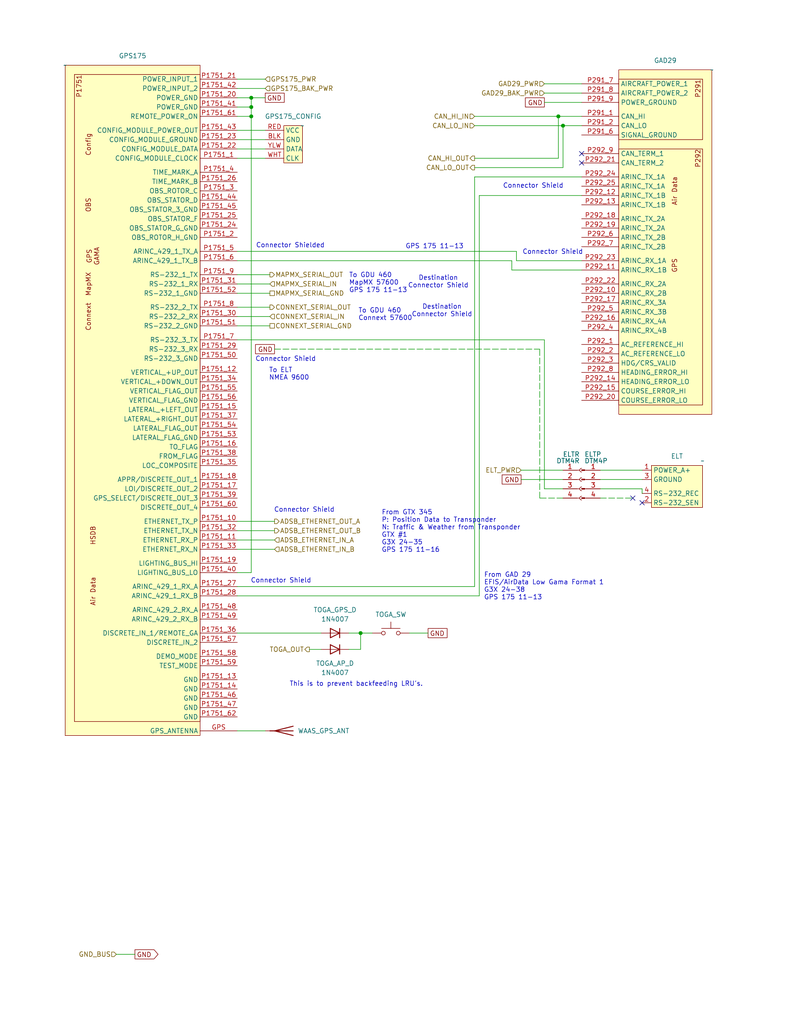
<source format=kicad_sch>
(kicad_sch (version 20250114) (generator "eeschema") (generator_version "9.0")
  (paper "USLetter" portrait)
  (title_block (date "2025-10-02") (rev "1.1.4") (company "N78HR"))
  (lib_symbols
    (symbol "Connector:Conn_01x04_Pin" (pin_names (offset 1.016) (hide yes))
      (property "Reference" "J" (at 0 5.08 0))
      (property "Value" "Conn_01x04_Pin" (at 0 -7.62 0))
      (symbol "Conn_01x04_Pin_1_1"
        (rectangle (start 0.8636 2.667) (end 0 2.413) (stroke (width 0.1524)) (fill (type outline)))
        (rectangle (start 0.8636 0.127) (end 0 -0.127) (stroke (width 0.1524)) (fill (type outline)))
        (rectangle (start 0.8636 -2.413) (end 0 -2.667) (stroke (width 0.1524)) (fill (type outline)))
        (rectangle (start 0.8636 -4.953) (end 0 -5.207) (stroke (width 0.1524)) (fill (type outline)))
        (polyline (pts (xy 1.27 2.54) (xy 0.8636 2.54)) (stroke (width 0.1524)))
        (polyline (pts (xy 1.27 0) (xy 0.8636 0)) (stroke (width 0.1524)))
        (polyline (pts (xy 1.27 -2.54) (xy 0.8636 -2.54)) (stroke (width 0.1524)))
        (polyline (pts (xy 1.27 -5.08) (xy 0.8636 -5.08)) (stroke (width 0.1524)))
        (pin passive line (at 5.08 2.54 180) (length 3.81) (name "Pin_1") (number "1"))
        (pin passive line (at 5.08 0 180) (length 3.81) (name "Pin_2") (number "2"))
        (pin passive line (at 5.08 -2.54 180) (length 3.81) (name "Pin_3") (number "3"))
        (pin passive line (at 5.08 -5.08 180) (length 3.81) (name "Pin_4") (number "4"))
      )
    )
    (symbol "Connector:Conn_01x04_Socket" (pin_names (offset 1.016) (hide yes))
      (property "Reference" "J" (at 0 5.08 0))
      (property "Value" "Conn_01x04_Socket" (at 0 -7.62 0))
      (symbol "Conn_01x04_Socket_1_1"
        (polyline (pts (xy -1.27 2.54) (xy -0.508 2.54)) (stroke (width 0.1524)))
        (polyline (pts (xy -1.27 0) (xy -0.508 0)) (stroke (width 0.1524)))
        (polyline (pts (xy -1.27 -2.54) (xy -0.508 -2.54)) (stroke (width 0.1524)))
        (polyline (pts (xy -1.27 -5.08) (xy -0.508 -5.08)) (stroke (width 0.1524)))
        (arc (start 0 2.032) (mid -0.5058 2.54) (end 0 3.048) (stroke (width 0.1524)))
        (arc (start 0 -0.508) (mid -0.5058 0) (end 0 0.508) (stroke (width 0.1524)))
        (arc (start 0 -3.048) (mid -0.5058 -2.54) (end 0 -2.032) (stroke (width 0.1524)))
        (arc (start 0 -5.588) (mid -0.5058 -5.08) (end 0 -4.572) (stroke (width 0.1524)))
        (pin passive line (at -5.08 2.54 0) (length 3.81) (name "Pin_1") (number "1"))
        (pin passive line (at -5.08 0 0) (length 3.81) (name "Pin_2") (number "2"))
        (pin passive line (at -5.08 -2.54 0) (length 3.81) (name "Pin_3") (number "3"))
        (pin passive line (at -5.08 -5.08 0) (length 3.81) (name "Pin_4") (number "4"))
      )
    )
    (symbol "Device:Antenna" (pin_numbers (hide yes)) (pin_names (offset 1.016) (hide yes))
      (property "Reference" "AE" (at -1.905 1.905 0))
      (property "Value" "Antenna" (at -1.905 0 0))
      (symbol "Antenna_0_1"
        (polyline (pts (xy 0 2.54) (xy 0 -3.81)) (stroke (width 0.254)))
        (polyline (pts (xy 1.27 2.54) (xy 0 -2.54) (xy -1.27 2.54)) (stroke (width 0.254)))
      )
      (symbol "Antenna_1_1"
        (pin input line (at 0 -5.08 90) (length 2.54) (name "A") (number "1"))
      )
    )
    (symbol "Diode:1N4007" (pin_numbers (hide yes)) (pin_names (hide yes))
      (property "Reference" "D" (at 0 2.54 0))
      (property "Value" "1N4007" (at 0 -2.54 0))
      (symbol "1N4007_0_1"
        (polyline (pts (xy -1.27 1.27) (xy -1.27 -1.27)) (stroke (width 0.254)))
        (polyline (pts (xy 1.27 1.27) (xy 1.27 -1.27) (xy -1.27 0) (xy 1.27 1.27)) (stroke (width 0.254)))
        (polyline (pts (xy 1.27 0) (xy -1.27 0)))
      )
      (symbol "1N4007_1_1"
        (pin passive line (at -3.81 0 0) (length 2.54) (name "K") (number "1"))
        (pin passive line (at 3.81 0 180) (length 2.54) (name "A") (number "2"))
      )
    )
    (symbol "Switch:SW_Push" (pin_numbers (hide yes)) (pin_names (offset 1.016) (hide yes))
      (property "Reference" "SW" (at 1.27 2.54 0))
      (property "Value" "SW_Push" (at 0 -1.524 0))
      (symbol "SW_Push_0_1"
        (circle (center -2.032 0) (radius 0.508))
        (polyline (pts (xy 0 1.27) (xy 0 3.048)))
        (circle (center 2.032 0) (radius 0.508))
        (polyline (pts (xy 2.54 1.27) (xy -2.54 1.27)))
        (pin passive line (at -5.08 0 0) (length 2.54) (name "1") (number "1"))
        (pin passive line (at 5.08 0 180) (length 2.54) (name "2") (number "2"))
      )
    )
    (symbol "flyerx:ACK_E-04"
      (property "Reference" "ELT" (at 2.54 1.27 0))
      (symbol "ACK_E-04_1_1"
        (rectangle (start 0 0) (end 13.97 -11.43) (fill (type background)))
        (pin power_in line (at 16.51 -1.27 180) (length 2.54) (name "POWER_A+") (number "1"))
        (pin passive line (at 16.51 -3.81 180) (length 2.54) (name "GROUND") (number "3"))
        (pin input line (at 16.51 -7.62 180) (length 2.54) (name "RS-232_REC") (number "4"))
        (pin output line (at 16.51 -10.16 180) (length 2.54) (name "RS-232_SEN") (number "2"))
      )
    )
    (symbol "flyerx:Garmin_Config"
      (property "Reference" "CONFIG" (at 3.81 1.27 0))
      (symbol "Garmin_Config_1_1"
        (rectangle (start 0 0) (end 5.08 -10.16) (fill (type background)))
        (pin power_in line (at 10.16 -1.27 180) (length 5.08) (name "VCC") (number "RED"))
        (pin passive line (at 10.16 -3.81 180) (length 5.08) (name "GND") (number "BLK"))
        (pin bidirectional line (at 10.16 -6.35 180) (length 5.08) (name "DATA") (number "YLW"))
        (pin input line (at 10.16 -8.89 180) (length 5.08) (name "CLK") (number "WHT"))
      )
    )
    (symbol "flyerx:Garmin_GAD29"
      (property "Reference" "GAD" (at 3.81 1.27 0))
      (symbol "Garmin_GAD29_1_1"
        (rectangle (start 0 0) (end 25.4 -93.98) (fill (type background)))
        (rectangle (start 2.54 -2.54) (end 25.4 -19.05) (fill (type background)))
        (rectangle (start 2.54 -21.59) (end 25.4 -91.44) (fill (type background)))
        (text "P291" (at 3.81 -2.54 900) (effects (font (size 1.27 1.27)) (justify right)))
        (text "P292" (at 3.81 -21.59 900) (effects (font (size 1.27 1.27)) (justify right)))
        (text "Air Data" (at 10.16 -33.02 900) (effects (font (size 1.27 1.27))))
        (text "GPS" (at 10.16 -53.34 900) (effects (font (size 1.27 1.27))))
        (pin power_in line (at 35.56 -3.81 180) (length 10.16) (name "AIRCRAFT_POWER_1") (number "P291_7"))
        (pin power_in line (at 35.56 -6.35 180) (length 10.16) (name "AIRCRAFT_POWER_2") (number "P291_8"))
        (pin passive line (at 35.56 -8.89 180) (length 10.16) (name "POWER_GROUND") (number "P291_9"))
        (pin bidirectional line (at 35.56 -12.7 180) (length 10.16) (name "CAN_HI") (number "P291_1"))
        (pin bidirectional line (at 35.56 -15.24 180) (length 10.16) (name "CAN_LO") (number "P291_2"))
        (pin passive line (at 35.56 -17.78 180) (length 10.16) (name "SIGNAL_GROUND") (number "P291_6"))
        (pin bidirectional line (at 35.56 -22.86 180) (length 10.16) (name "CAN_TERM_1") (number "P292_9"))
        (pin bidirectional line (at 35.56 -25.4 180) (length 10.16) (name "CAN_TERM_2") (number "P292_21"))
        (pin output line (at 35.56 -29.21 180) (length 10.16) (name "ARINC_TX_1A") (number "P292_24"))
        (pin output line (at 35.56 -31.75 180) (length 10.16) (name "ARINC_TX_1A") (number "P292_25"))
        (pin output line (at 35.56 -34.29 180) (length 10.16) (name "ARINC_TX_1B") (number "P292_12"))
        (pin output line (at 35.56 -36.83 180) (length 10.16) (name "ARINC_TX_1B") (number "P292_13"))
        (pin output line (at 35.56 -40.64 180) (length 10.16) (name "ARINC_TX_2A") (number "P292_18"))
        (pin output line (at 35.56 -43.18 180) (length 10.16) (name "ARINC_TX_2A") (number "P292_19"))
        (pin output line (at 35.56 -45.72 180) (length 10.16) (name "ARINC_TX_2B") (number "P292_6"))
        (pin output line (at 35.56 -48.26 180) (length 10.16) (name "ARINC_TX_2B") (number "P292_7"))
        (pin input line (at 35.56 -52.07 180) (length 10.16) (name "ARINC_RX_1A") (number "P292_23"))
        (pin input line (at 35.56 -54.61 180) (length 10.16) (name "ARINC_RX_1B") (number "P292_11"))
        (pin input line (at 35.56 -58.42 180) (length 10.16) (name "ARINC_RX_2A") (number "P292_22"))
        (pin input line (at 35.56 -60.96 180) (length 10.16) (name "ARINC_RX_2B") (number "P292_10"))
        (pin input line (at 35.56 -63.5 180) (length 10.16) (name "ARINC_RX_3A") (number "P292_17"))
        (pin input line (at 35.56 -66.04 180) (length 10.16) (name "ARINC_RX_3B") (number "P292_5"))
        (pin input line (at 35.56 -68.58 180) (length 10.16) (name "ARINC_RX_4A") (number "P292_16"))
        (pin input line (at 35.56 -71.12 180) (length 10.16) (name "ARINC_RX_4B") (number "P292_4"))
        (pin input line (at 35.56 -74.93 180) (length 10.16) (name "AC_REFERENCE_HI") (number "P292_1"))
        (pin passive line (at 35.56 -77.47 180) (length 10.16) (name "AC_REFERENCE_LO") (number "P292_2"))
        (pin output line (at 35.56 -80.01 180) (length 10.16) (name "HDG/CRS_VALID") (number "P292_3"))
        (pin output line (at 35.56 -82.55 180) (length 10.16) (name "HEADING_ERROR_HI") (number "P292_8"))
        (pin passive line (at 35.56 -85.09 180) (length 10.16) (name "HEADING_ERROR_LO") (number "P292_14"))
        (pin output line (at 35.56 -87.63 180) (length 10.16) (name "COURSE_ERROR_HI") (number "P292_15"))
        (pin passive line (at 35.56 -90.17 180) (length 10.16) (name "COURSE_ERROR_LO") (number "P292_20"))
      )
    )
    (symbol "flyerx:Garmin_GPS175"
      (property "Reference" "GPS" (at 3.81 1.27 0))
      (symbol "Garmin_GPS175_1_1"
        (rectangle (start 0 0) (end 36.83 -182.88) (fill (type background)))
        (rectangle (start 2.54 -2.54) (end 36.83 -179.07) (fill (type background)))
        (text "P1751" (at 3.81 -2.54 900) (effects (font (size 1.27 1.27)) (justify right)))
        (text "Config" (at 6.35 -21.59 900) (effects (font (size 1.27 1.27))))
        (text "OBS" (at 6.35 -38.1 900) (effects (font (size 1.27 1.27))))
        (text "MapMX" (at 6.35 -59.69 900) (effects (font (size 1.27 1.27))))
        (text "Connext" (at 6.35 -68.58 900) (effects (font (size 1.27 1.27))))
        (text "GPS\nGAMA" (at 7.62 -52.07 900) (effects (font (size 1.27 1.27))))
        (text "HSDB" (at 7.62 -128.27 900) (effects (font (size 1.27 1.27))))
        (text "Air Data" (at 7.62 -143.51 900) (effects (font (size 1.27 1.27))))
        (pin power_in line (at 46.99 -3.81 180) (length 10.16) (name "POWER_INPUT_1") (number "P1751_21"))
        (pin power_in line (at 46.99 -6.35 180) (length 10.16) (name "POWER_INPUT_2") (number "P1751_42"))
        (pin passive line (at 46.99 -8.89 180) (length 10.16) (name "POWER_GND") (number "P1751_20"))
        (pin passive line (at 46.99 -11.43 180) (length 10.16) (name "POWER_GND") (number "P1751_41"))
        (pin input line (at 46.99 -13.97 180) (length 10.16) (name "REMOTE_POWER_ON") (number "P1751_61"))
        (pin power_out line (at 46.99 -17.78 180) (length 10.16) (name "CONFIG_MODULE_POWER_OUT") (number "P1751_43"))
        (pin passive line (at 46.99 -20.32 180) (length 10.16) (name "CONFIG_MODULE_GROUND") (number "P1751_23"))
        (pin bidirectional line (at 46.99 -22.86 180) (length 10.16) (name "CONFIG_MODULE_DATA") (number "P1751_22"))
        (pin output line (at 46.99 -25.4 180) (length 10.16) (name "CONFIG_MODULE_CLOCK") (number "P1751_1"))
        (pin bidirectional line (at 46.99 -29.21 180) (length 10.16) (name "TIME_MARK_A") (number "P1751_4"))
        (pin bidirectional line (at 46.99 -31.75 180) (length 10.16) (name "TIME_MARK_B") (number "P1751_26"))
        (pin bidirectional line (at 46.99 -34.29 180) (length 10.16) (name "OBS_ROTOR_C") (number "P1751_3"))
        (pin bidirectional line (at 46.99 -36.83 180) (length 10.16) (name "OBS_STATOR_D") (number "P1751_44"))
        (pin passive line (at 46.99 -39.37 180) (length 10.16) (name "OBS_STATOR_3_GND") (number "P1751_45"))
        (pin bidirectional line (at 46.99 -41.91 180) (length 10.16) (name "OBS_STATOR_F") (number "P1751_25"))
        (pin passive line (at 46.99 -44.45 180) (length 10.16) (name "OBS_STATOR_G_GND") (number "P1751_24"))
        (pin passive line (at 46.99 -46.99 180) (length 10.16) (name "OBS_ROTOR_H_GND") (number "P1751_2"))
        (pin output line (at 46.99 -50.8 180) (length 10.16) (name "ARINC_429_1_TX_A") (number "P1751_5"))
        (pin output line (at 46.99 -53.34 180) (length 10.16) (name "ARINC_429_1_TX_B") (number "P1751_6"))
        (pin output line (at 46.99 -57.15 180) (length 10.16) (name "RS-232_1_TX") (number "P1751_9"))
        (pin input line (at 46.99 -59.69 180) (length 10.16) (name "RS-232_1_RX") (number "P1751_31"))
        (pin passive line (at 46.99 -62.23 180) (length 10.16) (name "RS-232_1_GND") (number "P1751_52"))
        (pin output line (at 46.99 -66.04 180) (length 10.16) (name "RS-232_2_TX") (number "P1751_8"))
        (pin input line (at 46.99 -68.58 180) (length 10.16) (name "RS-232_2_RX") (number "P1751_30"))
        (pin passive line (at 46.99 -71.12 180) (length 10.16) (name "RS-232_2_GND") (number "P1751_51"))
        (pin output line (at 46.99 -74.93 180) (length 10.16) (name "RS-232_3_TX") (number "P1751_7"))
        (pin input line (at 46.99 -77.47 180) (length 10.16) (name "RS-232_3_RX") (number "P1751_29"))
        (pin passive line (at 46.99 -80.01 180) (length 10.16) (name "RS-232_3_GND") (number "P1751_50"))
        (pin output line (at 46.99 -83.82 180) (length 10.16) (name "VERTICAL_+UP_OUT") (number "P1751_12"))
        (pin output line (at 46.99 -86.36 180) (length 10.16) (name "VERTICAL_+DOWN_OUT") (number "P1751_34"))
        (pin output line (at 46.99 -88.9 180) (length 10.16) (name "VERTICAL_FLAG_OUT") (number "P1751_55"))
        (pin passive line (at 46.99 -91.44 180) (length 10.16) (name "VERTICAL_FLAG_GND") (number "P1751_56"))
        (pin output line (at 46.99 -93.98 180) (length 10.16) (name "LATERAL_+LEFT_OUT") (number "P1751_15"))
        (pin output line (at 46.99 -96.52 180) (length 10.16) (name "LATERAL_+RIGHT_OUT") (number "P1751_37"))
        (pin output line (at 46.99 -99.06 180) (length 10.16) (name "LATERAL_FLAG_OUT") (number "P1751_54"))
        (pin passive line (at 46.99 -101.6 180) (length 10.16) (name "LATERAL_FLAG_GND") (number "P1751_53"))
        (pin output line (at 46.99 -104.14 180) (length 10.16) (name "TO_FLAG") (number "P1751_16"))
        (pin output line (at 46.99 -106.68 180) (length 10.16) (name "FROM_FLAG") (number "P1751_38"))
        (pin output line (at 46.99 -109.22 180) (length 10.16) (name "LOC_COMPOSITE") (number "P1751_35"))
        (pin output line (at 46.99 -113.03 180) (length 10.16) (name "APPR/DISCRETE_OUT_1") (number "P1751_18"))
        (pin output line (at 46.99 -115.57 180) (length 10.16) (name "LOI/DISCRETE_OUT_2") (number "P1751_17"))
        (pin output line (at 46.99 -118.11 180) (length 10.16) (name "GPS_SELECT/DISCRETE_OUT_3") (number "P1751_39"))
        (pin output line (at 46.99 -120.65 180) (length 10.16) (name "DISCRETE_OUT_4") (number "P1751_60"))
        (pin output line (at 46.99 -124.46 180) (length 10.16) (name "ETHERNET_TX_P") (number "P1751_10"))
        (pin output line (at 46.99 -127 180) (length 10.16) (name "ETHERNET_TX_N") (number "P1751_32"))
        (pin input line (at 46.99 -129.54 180) (length 10.16) (name "ETHERNET_RX_P") (number "P1751_11"))
        (pin input line (at 46.99 -132.08 180) (length 10.16) (name "ETHERNET_RX_N") (number "P1751_33"))
        (pin input line (at 46.99 -135.89 180) (length 10.16) (name "LIGHTING_BUS_HI") (number "P1751_19"))
        (pin bidirectional line (at 46.99 -138.43 180) (length 10.16) (name "LIGHTING_BUS_LO") (number "P1751_40"))
        (pin input line (at 46.99 -142.24 180) (length 10.16) (name "ARINC_429_1_RX_A") (number "P1751_27"))
        (pin input line (at 46.99 -144.78 180) (length 10.16) (name "ARINC_429_1_RX_B") (number "P1751_28"))
        (pin input line (at 46.99 -148.59 180) (length 10.16) (name "ARINC_429_2_RX_A") (number "P1751_48"))
        (pin input line (at 46.99 -151.13 180) (length 10.16) (name "ARINC_429_2_RX_B") (number "P1751_49"))
        (pin input line (at 46.99 -154.94 180) (length 10.16) (name "DISCRETE_IN_1/REMOTE_GA") (number "P1751_36"))
        (pin input line (at 46.99 -157.48 180) (length 10.16) (name "DISCRETE_IN_2") (number "P1751_57"))
        (pin input line (at 46.99 -161.29 180) (length 10.16) (name "DEMO_MODE") (number "P1751_58"))
        (pin input line (at 46.99 -163.83 180) (length 10.16) (name "TEST_MODE") (number "P1751_59"))
        (pin passive line (at 46.99 -167.64 180) (length 10.16) (name "GND") (number "P1751_13"))
        (pin passive line (at 46.99 -170.18 180) (length 10.16) (name "GND") (number "P1751_14"))
        (pin passive line (at 46.99 -172.72 180) (length 10.16) (name "GND") (number "P1751_46"))
        (pin passive line (at 46.99 -175.26 180) (length 10.16) (name "GND") (number "P1751_47"))
        (pin passive line (at 46.99 -177.8 180) (length 10.16) (name "GND") (number "P1751_62"))
        (pin input line (at 46.99 -181.61 180) (length 10.16) (name "GPS_ANTENNA") (number "GPS"))
      )
    )
  )
  (text "To GDU 460\nMapMX 57600\nGPS 175 11-13" (at 95.25 80.01 0) (effects (font (size 1.27 1.27)) (justify left bottom)))
  (text "Connector Shield" (at 83.058 139.192 0) (effects (font (size 1.27 1.27))))
  (text "To GDU 460\nConnext 57600" (at 97.79 87.63 0) (effects (font (size 1.27 1.27)) (justify left bottom)))
  (text "Connector Shield" (at 77.978 98.044 0) (effects (font (size 1.27 1.27))))
  (text "Connector Shield" (at 150.876 68.834 0) (effects (font (size 1.27 1.27))))
  (text "Destination\nConnector Shield" (at 119.634 76.962 0) (effects (font (size 1.27 1.27))))
  (text "Connector Shield" (at 76.708 158.496 0) (effects (font (size 1.27 1.27))))
  (text "To ELT\nNMEA 9600" (at 73.406 103.886 0) (effects (font (size 1.27 1.27)) (justify left bottom)))
  (text "Destination\nConnector Shield" (at 120.65 84.836 0) (effects (font (size 1.27 1.27))))
  (text "From GAD 29\nEFIS/AirData Low Gama Format 1\nG3X 24-38\nGPS 175 11-13" (at 132.08 163.83 0) (effects (font (size 1.27 1.27)) (justify left bottom)))
  (text "Connector Shielded" (at 79.248 67.056 0) (effects (font (size 1.27 1.27))))
  (text "From GTX 345\nP: Position Data to Transponder\nN: Traffic & Weather from Transponder\nGTX #1\nG3X 24-35\nGPS 175 11-16" (at 104.14 150.876 0) (effects (font (size 1.27 1.27)) (justify left bottom)))
  (text "GPS 175 11-13" (at 118.618 67.31 0) (effects (font (size 1.27 1.27))))
  (text "This is to prevent backfeeding LRU's." (at 78.994 186.69 0) (effects (font (size 1.27 1.27)) (justify left)))
  (text "Connector Shield" (at 145.542 50.8 0) (effects (font (size 1.27 1.27))))
  (junction (at 68.58 31.75))
  (junction (at 152.4 31.75))
  (junction (at 98.425 172.72))
  (junction (at 153.67 34.29))
  (junction (at 68.58 26.67))
  (junction (at 68.58 29.21))
  (no_connect (at 172.72 135.89))
  (no_connect (at 158.75 44.45))
  (no_connect (at 158.75 41.91))
  (no_connect (at 175.26 137.16))
  (wire (pts (xy 139.7 71.12) (xy 139.7 73.66)))
  (wire (pts (xy 64.77 40.64) (xy 72.39 40.64)))
  (wire (pts (xy 139.7 73.66) (xy 158.75 73.66)))
  (wire (pts (xy 64.77 147.32) (xy 74.93 147.32)))
  (wire (pts (xy 64.77 172.72) (xy 87.63 172.72)))
  (wire (pts (xy 64.77 156.21) (xy 68.58 156.21)))
  (wire (pts (xy 68.58 26.67) (xy 72.39 26.67)))
  (wire (pts (xy 64.77 83.82) (xy 73.66 83.82)))
  (wire (pts (xy 130.81 53.34) (xy 158.75 53.34)))
  (wire (pts (xy 130.81 162.56) (xy 130.81 53.34)))
  (wire (pts (xy 64.77 92.71) (xy 148.59 92.71)))
  (wire (pts (xy 129.54 43.18) (xy 152.4 43.18)))
  (wire (pts (xy 74.93 95.25) (xy 147.32 95.25)) (stroke (width 0) (type dash)))
  (wire (pts (xy 31.75 260.35) (xy 36.83 260.35)))
  (wire (pts (xy 84.455 177.165) (xy 87.63 177.165)))
  (wire (pts (xy 129.54 160.02) (xy 129.54 48.26)))
  (wire (pts (xy 95.25 177.165) (xy 98.425 177.165)))
  (wire (pts (xy 64.77 77.47) (xy 73.66 77.47)))
  (wire (pts (xy 64.77 71.12) (xy 139.7 71.12)))
  (wire (pts (xy 68.58 156.21) (xy 68.58 31.75)))
  (wire (pts (xy 64.77 68.58) (xy 140.97 68.58)))
  (wire (pts (xy 153.67 34.29) (xy 158.75 34.29)))
  (wire (pts (xy 64.77 162.56) (xy 130.81 162.56)))
  (wire (pts (xy 140.97 71.12) (xy 158.75 71.12)))
  (wire (pts (xy 64.77 35.56) (xy 72.39 35.56)))
  (wire (pts (xy 129.54 31.75) (xy 152.4 31.75)))
  (wire (pts (xy 142.24 130.81) (xy 153.67 130.81)))
  (wire (pts (xy 64.77 142.24) (xy 74.93 142.24)))
  (wire (pts (xy 148.59 25.4) (xy 158.75 25.4)))
  (wire (pts (xy 64.77 86.36) (xy 73.66 86.36)))
  (wire (pts (xy 163.83 130.81) (xy 175.26 130.81)))
  (wire (pts (xy 129.54 45.72) (xy 153.67 45.72)))
  (wire (pts (xy 142.24 128.27) (xy 153.67 128.27)))
  (wire (pts (xy 64.77 21.59) (xy 72.39 21.59)))
  (wire (pts (xy 152.4 31.75) (xy 158.75 31.75)))
  (wire (pts (xy 64.77 80.01) (xy 73.66 80.01)))
  (wire (pts (xy 68.58 29.21) (xy 68.58 26.67)))
  (wire (pts (xy 152.4 43.18) (xy 152.4 31.75)))
  (wire (pts (xy 64.77 24.13) (xy 72.39 24.13)))
  (wire (pts (xy 64.77 74.93) (xy 73.66 74.93)))
  (wire (pts (xy 111.76 172.72) (xy 116.84 172.72)))
  (wire (pts (xy 175.26 134.62) (xy 175.26 133.35)))
  (wire (pts (xy 140.97 68.58) (xy 140.97 71.12)))
  (wire (pts (xy 64.77 160.02) (xy 129.54 160.02)))
  (wire (pts (xy 153.67 135.89) (xy 147.32 135.89)) (stroke (width 0) (type dash)))
  (wire (pts (xy 64.77 149.86) (xy 74.93 149.86)))
  (wire (pts (xy 163.83 128.27) (xy 175.26 128.27)))
  (wire (pts (xy 129.54 34.29) (xy 153.67 34.29)))
  (wire (pts (xy 148.59 133.35) (xy 148.59 92.71)))
  (wire (pts (xy 175.26 133.35) (xy 163.83 133.35)))
  (wire (pts (xy 163.83 135.89) (xy 172.72 135.89)) (stroke (width 0) (type dash)))
  (wire (pts (xy 153.67 45.72) (xy 153.67 34.29)))
  (wire (pts (xy 64.77 43.18) (xy 72.39 43.18)))
  (wire (pts (xy 64.77 31.75) (xy 68.58 31.75)))
  (wire (pts (xy 64.77 38.1) (xy 72.39 38.1)))
  (wire (pts (xy 129.54 48.26) (xy 158.75 48.26)))
  (wire (pts (xy 64.77 144.78) (xy 74.93 144.78)))
  (wire (pts (xy 147.32 135.89) (xy 147.32 95.25)) (stroke (width 0) (type dash)))
  (wire (pts (xy 64.77 29.21) (xy 68.58 29.21)))
  (wire (pts (xy 153.67 133.35) (xy 148.59 133.35)))
  (wire (pts (xy 148.59 27.94) (xy 158.75 27.94)))
  (wire (pts (xy 98.425 177.165) (xy 98.425 172.72)))
  (wire (pts (xy 64.77 88.9) (xy 73.66 88.9)))
  (wire (pts (xy 148.59 22.86) (xy 158.75 22.86)))
  (wire (pts (xy 95.25 172.72) (xy 98.425 172.72)))
  (wire (pts (xy 64.77 26.67) (xy 68.58 26.67)))
  (wire (pts (xy 98.425 172.72) (xy 101.6 172.72)))
  (wire (pts (xy 64.77 199.39) (xy 72.39 199.39)))
  (wire (pts (xy 68.58 31.75) (xy 68.58 29.21)))
  (global_label "GND" (shape passive) (at 74.93 95.25 180) (property "Intersheetrefs" "${INTERSHEET_REFS}" (effects (hide yes))))
  (global_label "GND" (shape passive) (at 72.39 26.67 0) (property "Intersheetrefs" "${INTERSHEET_REFS}" (effects (hide yes))))
  (global_label "GND" (shape passive) (at 142.24 130.81 180) (property "Intersheetrefs" "${INTERSHEET_REFS}" (effects (hide yes))))
  (global_label "GND" (shape output) (at 36.83 260.35 0) (property "Intersheetrefs" "${INTERSHEET_REFS}" (effects (hide yes))))
  (global_label "GND" (shape passive) (at 116.84 172.72 0) (property "Intersheetrefs" "${INTERSHEET_REFS}" (effects (hide yes))))
  (global_label "GND" (shape passive) (at 148.59 27.94 180) (property "Intersheetrefs" "${INTERSHEET_REFS}" (effects (hide yes))))
  (hierarchical_label "GND_BUS" (shape input) (at 31.75 260.35 180))
  (hierarchical_label "CONNEXT_SERIAL_OUT" (shape output) (at 73.66 83.82 0))
  (hierarchical_label "ADSB_ETHERNET_IN_A" (shape input) (at 74.93 147.32 0))
  (hierarchical_label "ELT_PWR" (shape input) (at 142.24 128.27 180))
  (hierarchical_label "CAN_LO_OUT" (shape output) (at 129.54 45.72 180))
  (hierarchical_label "CAN_HI_OUT" (shape output) (at 129.54 43.18 180))
  (hierarchical_label "GPS175_PWR" (shape input) (at 72.39 21.59 0))
  (hierarchical_label "CONNEXT_SERIAL_GND" (shape passive) (at 73.66 88.9 0))
  (hierarchical_label "GAD29_PWR" (shape input) (at 148.59 22.86 180))
  (hierarchical_label "MAPMX_SERIAL_OUT" (shape output) (at 73.66 74.93 0))
  (hierarchical_label "ADSB_ETHERNET_OUT_A" (shape output) (at 74.93 142.24 0))
  (hierarchical_label "GPS175_BAK_PWR" (shape input) (at 72.39 24.13 0))
  (hierarchical_label "CAN_LO_IN" (shape input) (at 129.54 34.29 180))
  (hierarchical_label "MAPMX_SERIAL_GND" (shape passive) (at 73.66 80.01 0))
  (hierarchical_label "CAN_HI_IN" (shape input) (at 129.54 31.75 180))
  (hierarchical_label "ADSB_ETHERNET_IN_B" (shape input) (at 74.93 149.86 0))
  (hierarchical_label "CONNEXT_SERIAL_IN" (shape input) (at 73.66 86.36 0))
  (hierarchical_label "ADSB_ETHERNET_OUT_B" (shape output) (at 74.93 144.78 0))
  (hierarchical_label "MAPMX_SERIAL_IN" (shape input) (at 73.66 77.47 0))
  (hierarchical_label "GAD29_BAK_PWR" (shape input) (at 148.59 25.4 180))
  (hierarchical_label "TOGA_OUT" (shape output) (at 84.455 177.165 180))
  (symbol (lib_id "Diode:1N4007") (at 91.44 177.165 0) (mirror y) (unit 1)
    (property "Reference" "TOGA_AP_D" (at 91.44 180.975 0))
    (property "Value" "1N4007" (at 91.44 183.515 0))
    (property "Footprint" "Diode_THT:D_DO-41_SOD81_P10.16mm_Horizontal" (effects (hide yes)))
    (property "Datasheet" "http://www.vishay.com/docs/88503/1n4001.pdf" (effects (hide yes)))
    (property "Sim.Device" "D" (effects (hide yes)))
    (property "Sim.Pins" "1=K 2=A" (effects (hide yes)))
  )
  (symbol (lib_id "flyerx:Garmin_Config") (at 82.55 34.29 0) (mirror y) (unit 1)
    (property "Reference" "GPS175_CONFIG" (at 80.01 31.75 0))
    (property "Value" "~" (at 82.55 34.29 0))
  )
  (symbol (lib_id "Connector:Conn_01x04_Socket") (at 158.75 130.81 0) (unit 1)
    (property "Reference" "ELTR" (at 158.242 123.952 0) (effects (justify right)))
    (property "Value" "DTM4R" (at 158.242 125.73 0) (effects (justify right)))
    (property "Description" "Generic connector, single row, 01x04, script generated" (effects (hide yes)))
  )
  (symbol (lib_id "Connector:Conn_01x04_Pin") (at 158.75 130.81 0) (unit 1)
    (property "Reference" "ELTP" (at 159.512 123.952 0) (effects (justify left)))
    (property "Value" "DTM4P" (at 159.512 125.73 0) (effects (justify left)))
    (property "Description" "Generic connector, single row, 01x04, script generated" (effects (hide yes)))
  )
  (symbol (lib_id "Diode:1N4007") (at 91.44 172.72 0) (mirror y) (unit 1)
    (property "Reference" "TOGA_GPS_D" (at 91.44 166.37 0))
    (property "Value" "1N4007" (at 91.44 168.91 0))
    (property "Footprint" "Diode_THT:D_DO-41_SOD81_P10.16mm_Horizontal" (effects (hide yes)))
    (property "Datasheet" "http://www.vishay.com/docs/88503/1n4001.pdf" (effects (hide yes)))
    (property "Sim.Device" "D" (effects (hide yes)))
    (property "Sim.Pins" "1=K 2=A" (effects (hide yes)))
  )
  (symbol (lib_id "Device:Antenna") (at 77.47 199.39 270) (unit 1)
    (property "Reference" "WAAS_GPS_ANT" (at 81.28 199.39 90) (effects (justify left)))
    (property "Value" "Antenna" (effects (hide yes)))
  )
  (symbol (lib_id "flyerx:Garmin_GAD29") (at 194.31 19.05 0) (mirror y) (unit 1)
    (property "Reference" "GAD29" (at 181.61 16.51 0))
    (property "Value" "~" (at 194.31 19.05 0))
  )
  (symbol (lib_id "flyerx:Garmin_GPS175") (at 17.78 17.78 0) (unit 1)
    (property "Reference" "GPS175" (at 36.195 15.24 0))
    (property "Value" "~" (at 17.78 17.78 0))
  )
  (symbol (lib_id "flyerx:ACK_E-04") (at 191.77 127 0) (mirror y) (unit 1)
    (property "Reference" "ELT" (at 184.785 124.46 0))
    (property "Value" "~" (at 191.77 125.73 0))
  )
  (symbol (lib_id "Switch:SW_Push") (at 106.68 172.72 0) (unit 1)
    (property "Reference" "TOGA_SW" (at 106.68 167.64 0))
    (property "Value" "SW_Push" (effects (hide yes)))
  )
)
</source>
